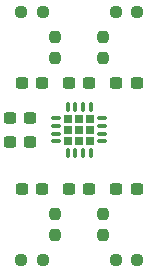
<source format=gbr>
%TF.GenerationSoftware,KiCad,Pcbnew,(6.0.6)*%
%TF.CreationDate,2022-06-28T18:53:51+02:00*%
%TF.ProjectId,thermocouples,74686572-6d6f-4636-9f75-706c65732e6b,rev?*%
%TF.SameCoordinates,Original*%
%TF.FileFunction,Paste,Top*%
%TF.FilePolarity,Positive*%
%FSLAX46Y46*%
G04 Gerber Fmt 4.6, Leading zero omitted, Abs format (unit mm)*
G04 Created by KiCad (PCBNEW (6.0.6)) date 2022-06-28 18:53:51*
%MOMM*%
%LPD*%
G01*
G04 APERTURE LIST*
G04 Aperture macros list*
%AMRoundRect*
0 Rectangle with rounded corners*
0 $1 Rounding radius*
0 $2 $3 $4 $5 $6 $7 $8 $9 X,Y pos of 4 corners*
0 Add a 4 corners polygon primitive as box body*
4,1,4,$2,$3,$4,$5,$6,$7,$8,$9,$2,$3,0*
0 Add four circle primitives for the rounded corners*
1,1,$1+$1,$2,$3*
1,1,$1+$1,$4,$5*
1,1,$1+$1,$6,$7*
1,1,$1+$1,$8,$9*
0 Add four rect primitives between the rounded corners*
20,1,$1+$1,$2,$3,$4,$5,0*
20,1,$1+$1,$4,$5,$6,$7,0*
20,1,$1+$1,$6,$7,$8,$9,0*
20,1,$1+$1,$8,$9,$2,$3,0*%
G04 Aperture macros list end*
%ADD10RoundRect,0.237500X0.300000X0.237500X-0.300000X0.237500X-0.300000X-0.237500X0.300000X-0.237500X0*%
%ADD11RoundRect,0.237500X0.237500X-0.250000X0.237500X0.250000X-0.237500X0.250000X-0.237500X-0.250000X0*%
%ADD12RoundRect,0.182500X0.182500X0.182500X-0.182500X0.182500X-0.182500X-0.182500X0.182500X-0.182500X0*%
%ADD13RoundRect,0.087500X0.325000X0.087500X-0.325000X0.087500X-0.325000X-0.087500X0.325000X-0.087500X0*%
%ADD14RoundRect,0.087500X0.087500X0.325000X-0.087500X0.325000X-0.087500X-0.325000X0.087500X-0.325000X0*%
%ADD15RoundRect,0.237500X-0.237500X0.250000X-0.237500X-0.250000X0.237500X-0.250000X0.237500X0.250000X0*%
%ADD16RoundRect,0.237500X-0.250000X-0.237500X0.250000X-0.237500X0.250000X0.237500X-0.250000X0.237500X0*%
%ADD17RoundRect,0.237500X-0.300000X-0.237500X0.300000X-0.237500X0.300000X0.237500X-0.300000X0.237500X0*%
%ADD18RoundRect,0.237500X0.250000X0.237500X-0.250000X0.237500X-0.250000X-0.237500X0.250000X-0.237500X0*%
G04 APERTURE END LIST*
D10*
%TO.C,C8*%
X102862500Y-67000000D03*
X101137500Y-67000000D03*
%TD*%
D11*
%TO.C,R8*%
X105000000Y-74912500D03*
X105000000Y-73087500D03*
%TD*%
%TO.C,R7*%
X109000000Y-74912500D03*
X109000000Y-73087500D03*
%TD*%
D12*
%TO.C,U1*%
X106100000Y-66000000D03*
X107000000Y-65100000D03*
X107900000Y-66000000D03*
X106100000Y-66900000D03*
X107000000Y-66900000D03*
X107900000Y-66900000D03*
X107000000Y-66000000D03*
X107900000Y-65100000D03*
X106100000Y-65100000D03*
D13*
X108962500Y-66975000D03*
X108962500Y-66325000D03*
X108962500Y-65675000D03*
X108962500Y-65025000D03*
D14*
X107975000Y-64037500D03*
X107325000Y-64037500D03*
X106675000Y-64037500D03*
X106025000Y-64037500D03*
D13*
X105037500Y-65025000D03*
X105037500Y-65675000D03*
X105037500Y-66325000D03*
X105037500Y-66975000D03*
D14*
X106025000Y-67962500D03*
X106675000Y-67962500D03*
X107325000Y-67962500D03*
X107975000Y-67962500D03*
%TD*%
D15*
%TO.C,R6*%
X109000000Y-58087500D03*
X109000000Y-59912500D03*
%TD*%
D16*
%TO.C,R2*%
X110087500Y-56000000D03*
X111912500Y-56000000D03*
%TD*%
D17*
%TO.C,C1*%
X102137500Y-62000000D03*
X103862500Y-62000000D03*
%TD*%
D18*
%TO.C,R3*%
X111912500Y-77000000D03*
X110087500Y-77000000D03*
%TD*%
D10*
%TO.C,C6*%
X103862500Y-71000000D03*
X102137500Y-71000000D03*
%TD*%
%TO.C,C5*%
X107862500Y-71000000D03*
X106137500Y-71000000D03*
%TD*%
D17*
%TO.C,C2*%
X106137500Y-62000000D03*
X107862500Y-62000000D03*
%TD*%
D18*
%TO.C,R4*%
X103912500Y-77000000D03*
X102087500Y-77000000D03*
%TD*%
D17*
%TO.C,C3*%
X110137500Y-62000000D03*
X111862500Y-62000000D03*
%TD*%
D10*
%TO.C,C7*%
X102862500Y-65000000D03*
X101137500Y-65000000D03*
%TD*%
D15*
%TO.C,R5*%
X105000000Y-58087500D03*
X105000000Y-59912500D03*
%TD*%
D10*
%TO.C,C4*%
X111862500Y-71000000D03*
X110137500Y-71000000D03*
%TD*%
D16*
%TO.C,R1*%
X102087500Y-56000000D03*
X103912500Y-56000000D03*
%TD*%
M02*

</source>
